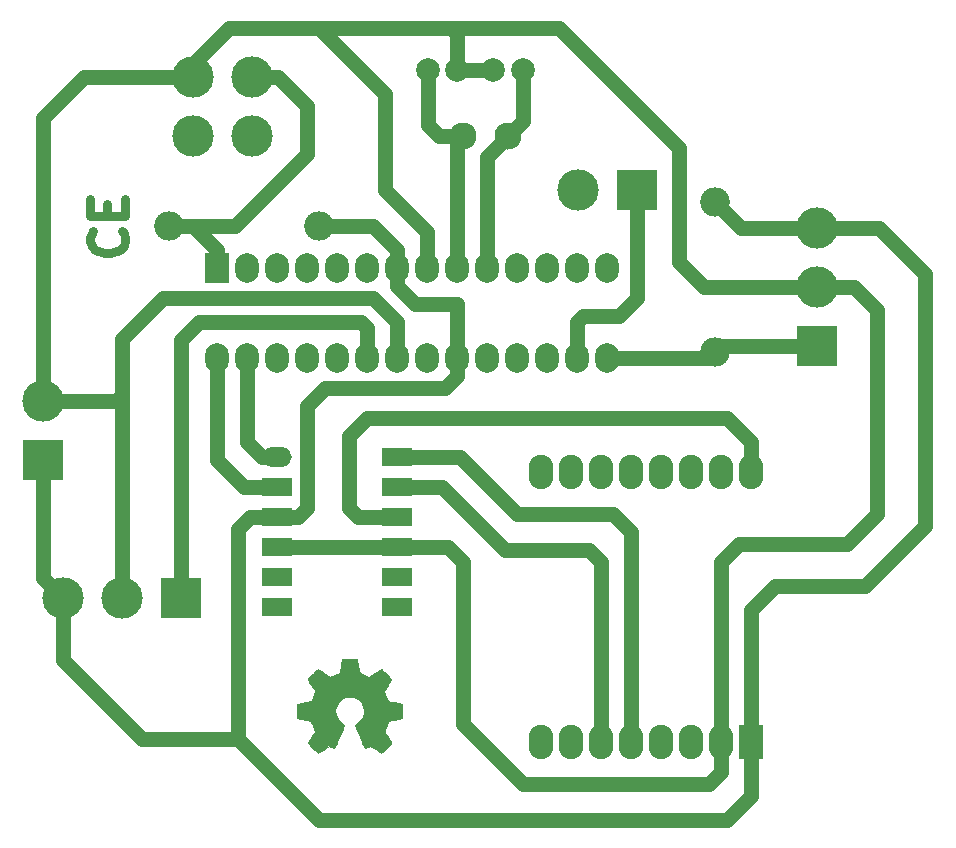
<source format=gbr>
G04 #@! TF.GenerationSoftware,KiCad,Pcbnew,(5.1.10)-1*
G04 #@! TF.CreationDate,2022-06-15T22:58:40-06:00*
G04 #@! TF.ProjectId,Control,436f6e74-726f-46c2-9e6b-696361645f70,rev?*
G04 #@! TF.SameCoordinates,Original*
G04 #@! TF.FileFunction,Copper,L1,Top*
G04 #@! TF.FilePolarity,Positive*
%FSLAX46Y46*%
G04 Gerber Fmt 4.6, Leading zero omitted, Abs format (unit mm)*
G04 Created by KiCad (PCBNEW (5.1.10)-1) date 2022-06-15 22:58:40*
%MOMM*%
%LPD*%
G01*
G04 APERTURE LIST*
G04 #@! TA.AperFunction,NonConductor*
%ADD10C,0.750000*%
G04 #@! TD*
G04 #@! TA.AperFunction,EtchedComponent*
%ADD11C,0.010000*%
G04 #@! TD*
G04 #@! TA.AperFunction,ComponentPad*
%ADD12C,3.500000*%
G04 #@! TD*
G04 #@! TA.AperFunction,ComponentPad*
%ADD13O,2.100000X2.900000*%
G04 #@! TD*
G04 #@! TA.AperFunction,ComponentPad*
%ADD14R,2.100000X2.900000*%
G04 #@! TD*
G04 #@! TA.AperFunction,ComponentPad*
%ADD15O,2.500000X2.500000*%
G04 #@! TD*
G04 #@! TA.AperFunction,ComponentPad*
%ADD16R,3.500000X3.500000*%
G04 #@! TD*
G04 #@! TA.AperFunction,ComponentPad*
%ADD17R,2.000000X2.500000*%
G04 #@! TD*
G04 #@! TA.AperFunction,ComponentPad*
%ADD18O,2.000000X2.500000*%
G04 #@! TD*
G04 #@! TA.AperFunction,ComponentPad*
%ADD19R,2.500000X1.600000*%
G04 #@! TD*
G04 #@! TA.AperFunction,ComponentPad*
%ADD20O,2.500000X1.700000*%
G04 #@! TD*
G04 #@! TA.AperFunction,ComponentPad*
%ADD21C,2.300000*%
G04 #@! TD*
G04 #@! TA.AperFunction,ComponentPad*
%ADD22C,2.000000*%
G04 #@! TD*
G04 #@! TA.AperFunction,Conductor*
%ADD23C,1.300000*%
G04 #@! TD*
G04 APERTURE END LIST*
D10*
X54411428Y-42592571D02*
X54554285Y-42735428D01*
X54697142Y-43164000D01*
X54697142Y-43449714D01*
X54554285Y-43878285D01*
X54268571Y-44164000D01*
X53982857Y-44306857D01*
X53411428Y-44449714D01*
X52982857Y-44449714D01*
X52411428Y-44306857D01*
X52125714Y-44164000D01*
X51840000Y-43878285D01*
X51697142Y-43449714D01*
X51697142Y-43164000D01*
X51840000Y-42735428D01*
X51982857Y-42592571D01*
X53125714Y-41306857D02*
X53125714Y-40306857D01*
X54697142Y-39878285D02*
X54697142Y-41306857D01*
X51697142Y-41306857D01*
X51697142Y-39878285D01*
D11*
G36*
X74406536Y-79404427D02*
G01*
X74519118Y-80001618D01*
X74934531Y-80172865D01*
X75349945Y-80344112D01*
X75848302Y-80005233D01*
X75987869Y-79910877D01*
X76114029Y-79826630D01*
X76220896Y-79756338D01*
X76302583Y-79703847D01*
X76353202Y-79673004D01*
X76366987Y-79666353D01*
X76391821Y-79683458D01*
X76444889Y-79730744D01*
X76520241Y-79802172D01*
X76611930Y-79891700D01*
X76714008Y-79993289D01*
X76820527Y-80100898D01*
X76925537Y-80208487D01*
X77023092Y-80310015D01*
X77107243Y-80399441D01*
X77172041Y-80470726D01*
X77211538Y-80517828D01*
X77220981Y-80533592D01*
X77207392Y-80562653D01*
X77169294Y-80626321D01*
X77110694Y-80718367D01*
X77035598Y-80832564D01*
X76948009Y-80962684D01*
X76897255Y-81036901D01*
X76804746Y-81172422D01*
X76722541Y-81294716D01*
X76654631Y-81397695D01*
X76605001Y-81475273D01*
X76577641Y-81521361D01*
X76573530Y-81531047D01*
X76582850Y-81558574D01*
X76608255Y-81622728D01*
X76645912Y-81714490D01*
X76691987Y-81824839D01*
X76742647Y-81944755D01*
X76794060Y-82065219D01*
X76842390Y-82177209D01*
X76883807Y-82271707D01*
X76914475Y-82339692D01*
X76930562Y-82372143D01*
X76931512Y-82373420D01*
X76956773Y-82379617D01*
X77024046Y-82393440D01*
X77126361Y-82413532D01*
X77256742Y-82438534D01*
X77408217Y-82467086D01*
X77496594Y-82483551D01*
X77658453Y-82514369D01*
X77804650Y-82543694D01*
X77927788Y-82569921D01*
X78020470Y-82591446D01*
X78075302Y-82606665D01*
X78086324Y-82611493D01*
X78097119Y-82644174D01*
X78105830Y-82717985D01*
X78112461Y-82824292D01*
X78117019Y-82954467D01*
X78119510Y-83099876D01*
X78119939Y-83251890D01*
X78118312Y-83401877D01*
X78114636Y-83541206D01*
X78108916Y-83661245D01*
X78101158Y-83753365D01*
X78091369Y-83808932D01*
X78085497Y-83820500D01*
X78050400Y-83834365D01*
X77976029Y-83854188D01*
X77872224Y-83877639D01*
X77748820Y-83902391D01*
X77705742Y-83910398D01*
X77498048Y-83948441D01*
X77333985Y-83979079D01*
X77208131Y-84003529D01*
X77115066Y-84023009D01*
X77049368Y-84038736D01*
X77005618Y-84051928D01*
X76978393Y-84063804D01*
X76962273Y-84075580D01*
X76960018Y-84077908D01*
X76937504Y-84115400D01*
X76903159Y-84188365D01*
X76860412Y-84287867D01*
X76812693Y-84404973D01*
X76763431Y-84530748D01*
X76716056Y-84656257D01*
X76673996Y-84772565D01*
X76640681Y-84870739D01*
X76619542Y-84941843D01*
X76614006Y-84976942D01*
X76614467Y-84978172D01*
X76633224Y-85006861D01*
X76675777Y-85069985D01*
X76737654Y-85160973D01*
X76814383Y-85273255D01*
X76901492Y-85400260D01*
X76926299Y-85436353D01*
X77014753Y-85567203D01*
X77092589Y-85686591D01*
X77155567Y-85787662D01*
X77199446Y-85863559D01*
X77219986Y-85907427D01*
X77220981Y-85912817D01*
X77203723Y-85941144D01*
X77156036Y-85997261D01*
X77084051Y-86075137D01*
X76993898Y-86168740D01*
X76891706Y-86272041D01*
X76783606Y-86379006D01*
X76675729Y-86483606D01*
X76574205Y-86579809D01*
X76485163Y-86661584D01*
X76414734Y-86722900D01*
X76369048Y-86757726D01*
X76356410Y-86763412D01*
X76326992Y-86750020D01*
X76266762Y-86713899D01*
X76185530Y-86661136D01*
X76123031Y-86618667D01*
X76009786Y-86540740D01*
X75875675Y-86448984D01*
X75741156Y-86357375D01*
X75668834Y-86308346D01*
X75424039Y-86142770D01*
X75218551Y-86253875D01*
X75124937Y-86302548D01*
X75045331Y-86340381D01*
X74991468Y-86361958D01*
X74977758Y-86364961D01*
X74961271Y-86342793D01*
X74928746Y-86280149D01*
X74882609Y-86182809D01*
X74825291Y-86056549D01*
X74759217Y-85907150D01*
X74686816Y-85740388D01*
X74610517Y-85562042D01*
X74532747Y-85377891D01*
X74455935Y-85193712D01*
X74382507Y-85015285D01*
X74314893Y-84848387D01*
X74255521Y-84698797D01*
X74206817Y-84572293D01*
X74171211Y-84474654D01*
X74151131Y-84411657D01*
X74147901Y-84390021D01*
X74173497Y-84362424D01*
X74229539Y-84317625D01*
X74304312Y-84264934D01*
X74310588Y-84260765D01*
X74503846Y-84106069D01*
X74659675Y-83925591D01*
X74776725Y-83725102D01*
X74853646Y-83510374D01*
X74889087Y-83287177D01*
X74881698Y-83061281D01*
X74830128Y-82838459D01*
X74733027Y-82624479D01*
X74704459Y-82577664D01*
X74555869Y-82388618D01*
X74380328Y-82236812D01*
X74183911Y-82123034D01*
X73972694Y-82048075D01*
X73752754Y-82012722D01*
X73530164Y-82017767D01*
X73311002Y-82063999D01*
X73101343Y-82152206D01*
X72907262Y-82283179D01*
X72847227Y-82336337D01*
X72694436Y-82502739D01*
X72583098Y-82677912D01*
X72506724Y-82874266D01*
X72464188Y-83068717D01*
X72453687Y-83287342D01*
X72488701Y-83507052D01*
X72565674Y-83720420D01*
X72681048Y-83920022D01*
X72831266Y-84098429D01*
X73012774Y-84248217D01*
X73036628Y-84264006D01*
X73112202Y-84315712D01*
X73169652Y-84360512D01*
X73197118Y-84389117D01*
X73197518Y-84390021D01*
X73191621Y-84420964D01*
X73168246Y-84491191D01*
X73129822Y-84594925D01*
X73078778Y-84726390D01*
X73017543Y-84879807D01*
X72948545Y-85049401D01*
X72874214Y-85229393D01*
X72796979Y-85414008D01*
X72719269Y-85597468D01*
X72643512Y-85773996D01*
X72572138Y-85937814D01*
X72507575Y-86083147D01*
X72452253Y-86204217D01*
X72408601Y-86295247D01*
X72379047Y-86350460D01*
X72367145Y-86364961D01*
X72330778Y-86353669D01*
X72262731Y-86323385D01*
X72174737Y-86279520D01*
X72126351Y-86253875D01*
X71920864Y-86142770D01*
X71676069Y-86308346D01*
X71551107Y-86393170D01*
X71414296Y-86486516D01*
X71286089Y-86574408D01*
X71221872Y-86618667D01*
X71131552Y-86679318D01*
X71055072Y-86727381D01*
X71002408Y-86756770D01*
X70985303Y-86762982D01*
X70960406Y-86746223D01*
X70905306Y-86699436D01*
X70825344Y-86627480D01*
X70725861Y-86535212D01*
X70612201Y-86427490D01*
X70540316Y-86358326D01*
X70414552Y-86234757D01*
X70305864Y-86124234D01*
X70218646Y-86031485D01*
X70157290Y-85961237D01*
X70126192Y-85918220D01*
X70123209Y-85909490D01*
X70137054Y-85876284D01*
X70175313Y-85809142D01*
X70233742Y-85714863D01*
X70308098Y-85600245D01*
X70394136Y-85472083D01*
X70418603Y-85436353D01*
X70507755Y-85306489D01*
X70587739Y-85189569D01*
X70654081Y-85092162D01*
X70702312Y-85020839D01*
X70727958Y-84982170D01*
X70730436Y-84978172D01*
X70726730Y-84947355D01*
X70707062Y-84879599D01*
X70674861Y-84783839D01*
X70633556Y-84669009D01*
X70586576Y-84544044D01*
X70537350Y-84417879D01*
X70489309Y-84299448D01*
X70445882Y-84197685D01*
X70410497Y-84121526D01*
X70386585Y-84079904D01*
X70384885Y-84077908D01*
X70370263Y-84066013D01*
X70345566Y-84054250D01*
X70305373Y-84041401D01*
X70244264Y-84026249D01*
X70156818Y-84007576D01*
X70037613Y-83984165D01*
X69881228Y-83954797D01*
X69682244Y-83918255D01*
X69639161Y-83910398D01*
X69511471Y-83885727D01*
X69400154Y-83861593D01*
X69315046Y-83840324D01*
X69265984Y-83824248D01*
X69259406Y-83820500D01*
X69248565Y-83787273D01*
X69239754Y-83713021D01*
X69232977Y-83606376D01*
X69228241Y-83475967D01*
X69225551Y-83330427D01*
X69224914Y-83178386D01*
X69226335Y-83028476D01*
X69229821Y-82889328D01*
X69235377Y-82769572D01*
X69243009Y-82677841D01*
X69252723Y-82622766D01*
X69258579Y-82611493D01*
X69291181Y-82600123D01*
X69365419Y-82581624D01*
X69473897Y-82557602D01*
X69609218Y-82529662D01*
X69763986Y-82499408D01*
X69848308Y-82483551D01*
X70008297Y-82453644D01*
X70150968Y-82426550D01*
X70269349Y-82403631D01*
X70356466Y-82386243D01*
X70405346Y-82375747D01*
X70413391Y-82373420D01*
X70426988Y-82347186D01*
X70455730Y-82283995D01*
X70495786Y-82192877D01*
X70543325Y-82082857D01*
X70594516Y-81962965D01*
X70645527Y-81842227D01*
X70692527Y-81729671D01*
X70731685Y-81634326D01*
X70759170Y-81565217D01*
X70771150Y-81531374D01*
X70771373Y-81529895D01*
X70757792Y-81503197D01*
X70719716Y-81441760D01*
X70661148Y-81351689D01*
X70586089Y-81239090D01*
X70498541Y-81110070D01*
X70447648Y-81035961D01*
X70354910Y-80900077D01*
X70272542Y-80776709D01*
X70204562Y-80672097D01*
X70154989Y-80592483D01*
X70127843Y-80544107D01*
X70123922Y-80533262D01*
X70140776Y-80508020D01*
X70187369Y-80454124D01*
X70257749Y-80377613D01*
X70345966Y-80284523D01*
X70446066Y-80180895D01*
X70552099Y-80072764D01*
X70658112Y-79966170D01*
X70758153Y-79867150D01*
X70846271Y-79781742D01*
X70916514Y-79715985D01*
X70962929Y-79675916D01*
X70978457Y-79666353D01*
X71003740Y-79679800D01*
X71064212Y-79717575D01*
X71153993Y-79775835D01*
X71267204Y-79850734D01*
X71397964Y-79938425D01*
X71496600Y-80005233D01*
X71994958Y-80344112D01*
X72410371Y-80172865D01*
X72825785Y-80001618D01*
X72938367Y-79404427D01*
X73050950Y-78807235D01*
X74293953Y-78807235D01*
X74406536Y-79404427D01*
G37*
X74406536Y-79404427D02*
X74519118Y-80001618D01*
X74934531Y-80172865D01*
X75349945Y-80344112D01*
X75848302Y-80005233D01*
X75987869Y-79910877D01*
X76114029Y-79826630D01*
X76220896Y-79756338D01*
X76302583Y-79703847D01*
X76353202Y-79673004D01*
X76366987Y-79666353D01*
X76391821Y-79683458D01*
X76444889Y-79730744D01*
X76520241Y-79802172D01*
X76611930Y-79891700D01*
X76714008Y-79993289D01*
X76820527Y-80100898D01*
X76925537Y-80208487D01*
X77023092Y-80310015D01*
X77107243Y-80399441D01*
X77172041Y-80470726D01*
X77211538Y-80517828D01*
X77220981Y-80533592D01*
X77207392Y-80562653D01*
X77169294Y-80626321D01*
X77110694Y-80718367D01*
X77035598Y-80832564D01*
X76948009Y-80962684D01*
X76897255Y-81036901D01*
X76804746Y-81172422D01*
X76722541Y-81294716D01*
X76654631Y-81397695D01*
X76605001Y-81475273D01*
X76577641Y-81521361D01*
X76573530Y-81531047D01*
X76582850Y-81558574D01*
X76608255Y-81622728D01*
X76645912Y-81714490D01*
X76691987Y-81824839D01*
X76742647Y-81944755D01*
X76794060Y-82065219D01*
X76842390Y-82177209D01*
X76883807Y-82271707D01*
X76914475Y-82339692D01*
X76930562Y-82372143D01*
X76931512Y-82373420D01*
X76956773Y-82379617D01*
X77024046Y-82393440D01*
X77126361Y-82413532D01*
X77256742Y-82438534D01*
X77408217Y-82467086D01*
X77496594Y-82483551D01*
X77658453Y-82514369D01*
X77804650Y-82543694D01*
X77927788Y-82569921D01*
X78020470Y-82591446D01*
X78075302Y-82606665D01*
X78086324Y-82611493D01*
X78097119Y-82644174D01*
X78105830Y-82717985D01*
X78112461Y-82824292D01*
X78117019Y-82954467D01*
X78119510Y-83099876D01*
X78119939Y-83251890D01*
X78118312Y-83401877D01*
X78114636Y-83541206D01*
X78108916Y-83661245D01*
X78101158Y-83753365D01*
X78091369Y-83808932D01*
X78085497Y-83820500D01*
X78050400Y-83834365D01*
X77976029Y-83854188D01*
X77872224Y-83877639D01*
X77748820Y-83902391D01*
X77705742Y-83910398D01*
X77498048Y-83948441D01*
X77333985Y-83979079D01*
X77208131Y-84003529D01*
X77115066Y-84023009D01*
X77049368Y-84038736D01*
X77005618Y-84051928D01*
X76978393Y-84063804D01*
X76962273Y-84075580D01*
X76960018Y-84077908D01*
X76937504Y-84115400D01*
X76903159Y-84188365D01*
X76860412Y-84287867D01*
X76812693Y-84404973D01*
X76763431Y-84530748D01*
X76716056Y-84656257D01*
X76673996Y-84772565D01*
X76640681Y-84870739D01*
X76619542Y-84941843D01*
X76614006Y-84976942D01*
X76614467Y-84978172D01*
X76633224Y-85006861D01*
X76675777Y-85069985D01*
X76737654Y-85160973D01*
X76814383Y-85273255D01*
X76901492Y-85400260D01*
X76926299Y-85436353D01*
X77014753Y-85567203D01*
X77092589Y-85686591D01*
X77155567Y-85787662D01*
X77199446Y-85863559D01*
X77219986Y-85907427D01*
X77220981Y-85912817D01*
X77203723Y-85941144D01*
X77156036Y-85997261D01*
X77084051Y-86075137D01*
X76993898Y-86168740D01*
X76891706Y-86272041D01*
X76783606Y-86379006D01*
X76675729Y-86483606D01*
X76574205Y-86579809D01*
X76485163Y-86661584D01*
X76414734Y-86722900D01*
X76369048Y-86757726D01*
X76356410Y-86763412D01*
X76326992Y-86750020D01*
X76266762Y-86713899D01*
X76185530Y-86661136D01*
X76123031Y-86618667D01*
X76009786Y-86540740D01*
X75875675Y-86448984D01*
X75741156Y-86357375D01*
X75668834Y-86308346D01*
X75424039Y-86142770D01*
X75218551Y-86253875D01*
X75124937Y-86302548D01*
X75045331Y-86340381D01*
X74991468Y-86361958D01*
X74977758Y-86364961D01*
X74961271Y-86342793D01*
X74928746Y-86280149D01*
X74882609Y-86182809D01*
X74825291Y-86056549D01*
X74759217Y-85907150D01*
X74686816Y-85740388D01*
X74610517Y-85562042D01*
X74532747Y-85377891D01*
X74455935Y-85193712D01*
X74382507Y-85015285D01*
X74314893Y-84848387D01*
X74255521Y-84698797D01*
X74206817Y-84572293D01*
X74171211Y-84474654D01*
X74151131Y-84411657D01*
X74147901Y-84390021D01*
X74173497Y-84362424D01*
X74229539Y-84317625D01*
X74304312Y-84264934D01*
X74310588Y-84260765D01*
X74503846Y-84106069D01*
X74659675Y-83925591D01*
X74776725Y-83725102D01*
X74853646Y-83510374D01*
X74889087Y-83287177D01*
X74881698Y-83061281D01*
X74830128Y-82838459D01*
X74733027Y-82624479D01*
X74704459Y-82577664D01*
X74555869Y-82388618D01*
X74380328Y-82236812D01*
X74183911Y-82123034D01*
X73972694Y-82048075D01*
X73752754Y-82012722D01*
X73530164Y-82017767D01*
X73311002Y-82063999D01*
X73101343Y-82152206D01*
X72907262Y-82283179D01*
X72847227Y-82336337D01*
X72694436Y-82502739D01*
X72583098Y-82677912D01*
X72506724Y-82874266D01*
X72464188Y-83068717D01*
X72453687Y-83287342D01*
X72488701Y-83507052D01*
X72565674Y-83720420D01*
X72681048Y-83920022D01*
X72831266Y-84098429D01*
X73012774Y-84248217D01*
X73036628Y-84264006D01*
X73112202Y-84315712D01*
X73169652Y-84360512D01*
X73197118Y-84389117D01*
X73197518Y-84390021D01*
X73191621Y-84420964D01*
X73168246Y-84491191D01*
X73129822Y-84594925D01*
X73078778Y-84726390D01*
X73017543Y-84879807D01*
X72948545Y-85049401D01*
X72874214Y-85229393D01*
X72796979Y-85414008D01*
X72719269Y-85597468D01*
X72643512Y-85773996D01*
X72572138Y-85937814D01*
X72507575Y-86083147D01*
X72452253Y-86204217D01*
X72408601Y-86295247D01*
X72379047Y-86350460D01*
X72367145Y-86364961D01*
X72330778Y-86353669D01*
X72262731Y-86323385D01*
X72174737Y-86279520D01*
X72126351Y-86253875D01*
X71920864Y-86142770D01*
X71676069Y-86308346D01*
X71551107Y-86393170D01*
X71414296Y-86486516D01*
X71286089Y-86574408D01*
X71221872Y-86618667D01*
X71131552Y-86679318D01*
X71055072Y-86727381D01*
X71002408Y-86756770D01*
X70985303Y-86762982D01*
X70960406Y-86746223D01*
X70905306Y-86699436D01*
X70825344Y-86627480D01*
X70725861Y-86535212D01*
X70612201Y-86427490D01*
X70540316Y-86358326D01*
X70414552Y-86234757D01*
X70305864Y-86124234D01*
X70218646Y-86031485D01*
X70157290Y-85961237D01*
X70126192Y-85918220D01*
X70123209Y-85909490D01*
X70137054Y-85876284D01*
X70175313Y-85809142D01*
X70233742Y-85714863D01*
X70308098Y-85600245D01*
X70394136Y-85472083D01*
X70418603Y-85436353D01*
X70507755Y-85306489D01*
X70587739Y-85189569D01*
X70654081Y-85092162D01*
X70702312Y-85020839D01*
X70727958Y-84982170D01*
X70730436Y-84978172D01*
X70726730Y-84947355D01*
X70707062Y-84879599D01*
X70674861Y-84783839D01*
X70633556Y-84669009D01*
X70586576Y-84544044D01*
X70537350Y-84417879D01*
X70489309Y-84299448D01*
X70445882Y-84197685D01*
X70410497Y-84121526D01*
X70386585Y-84079904D01*
X70384885Y-84077908D01*
X70370263Y-84066013D01*
X70345566Y-84054250D01*
X70305373Y-84041401D01*
X70244264Y-84026249D01*
X70156818Y-84007576D01*
X70037613Y-83984165D01*
X69881228Y-83954797D01*
X69682244Y-83918255D01*
X69639161Y-83910398D01*
X69511471Y-83885727D01*
X69400154Y-83861593D01*
X69315046Y-83840324D01*
X69265984Y-83824248D01*
X69259406Y-83820500D01*
X69248565Y-83787273D01*
X69239754Y-83713021D01*
X69232977Y-83606376D01*
X69228241Y-83475967D01*
X69225551Y-83330427D01*
X69224914Y-83178386D01*
X69226335Y-83028476D01*
X69229821Y-82889328D01*
X69235377Y-82769572D01*
X69243009Y-82677841D01*
X69252723Y-82622766D01*
X69258579Y-82611493D01*
X69291181Y-82600123D01*
X69365419Y-82581624D01*
X69473897Y-82557602D01*
X69609218Y-82529662D01*
X69763986Y-82499408D01*
X69848308Y-82483551D01*
X70008297Y-82453644D01*
X70150968Y-82426550D01*
X70269349Y-82403631D01*
X70356466Y-82386243D01*
X70405346Y-82375747D01*
X70413391Y-82373420D01*
X70426988Y-82347186D01*
X70455730Y-82283995D01*
X70495786Y-82192877D01*
X70543325Y-82082857D01*
X70594516Y-81962965D01*
X70645527Y-81842227D01*
X70692527Y-81729671D01*
X70731685Y-81634326D01*
X70759170Y-81565217D01*
X70771150Y-81531374D01*
X70771373Y-81529895D01*
X70757792Y-81503197D01*
X70719716Y-81441760D01*
X70661148Y-81351689D01*
X70586089Y-81239090D01*
X70498541Y-81110070D01*
X70447648Y-81035961D01*
X70354910Y-80900077D01*
X70272542Y-80776709D01*
X70204562Y-80672097D01*
X70154989Y-80592483D01*
X70127843Y-80544107D01*
X70123922Y-80533262D01*
X70140776Y-80508020D01*
X70187369Y-80454124D01*
X70257749Y-80377613D01*
X70345966Y-80284523D01*
X70446066Y-80180895D01*
X70552099Y-80072764D01*
X70658112Y-79966170D01*
X70758153Y-79867150D01*
X70846271Y-79781742D01*
X70916514Y-79715985D01*
X70962929Y-79675916D01*
X70978457Y-79666353D01*
X71003740Y-79679800D01*
X71064212Y-79717575D01*
X71153993Y-79775835D01*
X71267204Y-79850734D01*
X71397964Y-79938425D01*
X71496600Y-80005233D01*
X71994958Y-80344112D01*
X72410371Y-80172865D01*
X72825785Y-80001618D01*
X72938367Y-79404427D01*
X73050950Y-78807235D01*
X74293953Y-78807235D01*
X74406536Y-79404427D01*
D12*
X60452000Y-34544000D03*
X65452000Y-34544000D03*
X65452000Y-29544000D03*
X60452000Y-29544000D03*
D13*
X107696000Y-62992000D03*
X105156000Y-62992000D03*
X102616000Y-62992000D03*
X100076000Y-62992000D03*
X97536000Y-62992000D03*
X94996000Y-62992000D03*
X92456000Y-62992000D03*
X89916000Y-62992000D03*
X89916000Y-85852000D03*
X92456000Y-85852000D03*
X94996000Y-85852000D03*
X97536000Y-85852000D03*
X100076000Y-85852000D03*
X102616000Y-85852000D03*
D14*
X107696000Y-85852000D03*
D13*
X105156000Y-85852000D03*
D15*
X58420000Y-42164000D03*
X71120000Y-42164000D03*
D12*
X47752000Y-56976000D03*
D16*
X47752000Y-61976000D03*
D17*
X62484000Y-45720000D03*
D18*
X95504000Y-53340000D03*
X65024000Y-45720000D03*
X92964000Y-53340000D03*
X67564000Y-45720000D03*
X90424000Y-53340000D03*
X70104000Y-45720000D03*
X87884000Y-53340000D03*
X72644000Y-45720000D03*
X85344000Y-53340000D03*
X75184000Y-45720000D03*
X82804000Y-53340000D03*
X77724000Y-45720000D03*
X80264000Y-53340000D03*
X80264000Y-45720000D03*
X77724000Y-53340000D03*
X82804000Y-45720000D03*
X75184000Y-53340000D03*
X85344000Y-45720000D03*
X72644000Y-53340000D03*
X87884000Y-45720000D03*
X70104000Y-53340000D03*
X90424000Y-45720000D03*
X67564000Y-53340000D03*
X92964000Y-45720000D03*
X65024000Y-53340000D03*
X95504000Y-45720000D03*
X62484000Y-53340000D03*
D15*
X104648000Y-52832000D03*
X104648000Y-40132000D03*
D16*
X98044000Y-39116000D03*
D12*
X93044000Y-39116000D03*
D16*
X59436000Y-73660000D03*
D12*
X54436000Y-73660000D03*
X49436000Y-73660000D03*
X113284000Y-42324000D03*
X113284000Y-47324000D03*
D16*
X113284000Y-52324000D03*
D19*
X77724000Y-61722000D03*
X77724000Y-64262000D03*
X77724000Y-66802000D03*
X77724000Y-69342000D03*
X77724000Y-71882000D03*
X77724000Y-74422000D03*
D20*
X67564000Y-61722000D03*
D19*
X67564000Y-64262000D03*
X67564000Y-66802000D03*
X67564000Y-69342000D03*
X67564000Y-71882000D03*
X67564000Y-74422000D03*
D21*
X83312000Y-34544000D03*
X87112000Y-34544000D03*
D22*
X82804000Y-28956000D03*
X80304000Y-28956000D03*
X85852000Y-28956000D03*
X88352000Y-28956000D03*
D23*
X80264000Y-45720000D02*
X80264000Y-46228000D01*
X88392000Y-89408000D02*
X83312000Y-84328000D01*
X83312000Y-84328000D02*
X83312000Y-70612000D01*
X82042000Y-69342000D02*
X77724000Y-69342000D01*
X83312000Y-70612000D02*
X82042000Y-69342000D01*
X77724000Y-69342000D02*
X67564000Y-69342000D01*
X85852000Y-28956000D02*
X82804000Y-28956000D01*
X80264000Y-45720000D02*
X80264000Y-42672000D01*
X80264000Y-42672000D02*
X76708000Y-39116000D01*
X105156000Y-85852000D02*
X105156000Y-88392000D01*
X104140000Y-89408000D02*
X88392000Y-89408000D01*
X105156000Y-88392000D02*
X104140000Y-89408000D01*
X57912000Y-48260000D02*
X54436000Y-51736000D01*
X75692000Y-48260000D02*
X57912000Y-48260000D01*
X53928000Y-56976000D02*
X54436000Y-56468000D01*
X47752000Y-56976000D02*
X53928000Y-56976000D01*
X54436000Y-56468000D02*
X54436000Y-73660000D01*
X54436000Y-51736000D02*
X54436000Y-56468000D01*
X47752000Y-56976000D02*
X47752000Y-33020000D01*
X51228000Y-29544000D02*
X60452000Y-29544000D01*
X47752000Y-33020000D02*
X51228000Y-29544000D01*
X76708000Y-30988000D02*
X76708000Y-39116000D01*
X72644000Y-26924000D02*
X76708000Y-30988000D01*
X116412000Y-47324000D02*
X113284000Y-47324000D01*
X115824000Y-69088000D02*
X118364000Y-66548000D01*
X106680000Y-69088000D02*
X115824000Y-69088000D01*
X118364000Y-49276000D02*
X116412000Y-47324000D01*
X105156000Y-70612000D02*
X106680000Y-69088000D01*
X118364000Y-66548000D02*
X118364000Y-49276000D01*
X105156000Y-85852000D02*
X105156000Y-70612000D01*
X75692000Y-48260000D02*
X77724000Y-50292000D01*
X77724000Y-50292000D02*
X77724000Y-53340000D01*
X60452000Y-28448000D02*
X60452000Y-29544000D01*
X101600000Y-35560000D02*
X91440000Y-25400000D01*
X101600000Y-45212000D02*
X101600000Y-35560000D01*
X63500000Y-25400000D02*
X60452000Y-28448000D01*
X103712000Y-47324000D02*
X101600000Y-45212000D01*
X113284000Y-47324000D02*
X103712000Y-47324000D01*
X82804000Y-25908000D02*
X82296000Y-25400000D01*
X82804000Y-28956000D02*
X82804000Y-25908000D01*
X91440000Y-25400000D02*
X82296000Y-25400000D01*
X72644000Y-26924000D02*
X71120000Y-25400000D01*
X71120000Y-25400000D02*
X63500000Y-25400000D01*
X82296000Y-25400000D02*
X71120000Y-25400000D01*
X82804000Y-53340000D02*
X82804000Y-53848000D01*
X77724000Y-46228000D02*
X77724000Y-45720000D01*
X77724000Y-45720000D02*
X77724000Y-44196000D01*
X75692000Y-42164000D02*
X71120000Y-42164000D01*
X77724000Y-44196000D02*
X75692000Y-42164000D01*
X106840000Y-42324000D02*
X104648000Y-40132000D01*
X113284000Y-42324000D02*
X106840000Y-42324000D01*
X82804000Y-54864000D02*
X82804000Y-53340000D01*
X81788000Y-55880000D02*
X82804000Y-54864000D01*
X71628000Y-55880000D02*
X81788000Y-55880000D01*
X69342000Y-66802000D02*
X70104000Y-66040000D01*
X67564000Y-66802000D02*
X69342000Y-66802000D01*
X70104000Y-57404000D02*
X71628000Y-55880000D01*
X70104000Y-59944000D02*
X70104000Y-57404000D01*
X70104000Y-66040000D02*
X70104000Y-59944000D01*
X70104000Y-59944000D02*
X70104000Y-58928000D01*
X105664000Y-92456000D02*
X71120000Y-92456000D01*
X71120000Y-92456000D02*
X64262000Y-85598000D01*
X107696000Y-85852000D02*
X107696000Y-90424000D01*
X107696000Y-90424000D02*
X105664000Y-92456000D01*
X64262000Y-85598000D02*
X64262000Y-67818000D01*
X65278000Y-66802000D02*
X67564000Y-66802000D01*
X64262000Y-67818000D02*
X65278000Y-66802000D01*
X47752000Y-71976000D02*
X49436000Y-73660000D01*
X47752000Y-61976000D02*
X47752000Y-71976000D01*
X49436000Y-73660000D02*
X49436000Y-78900000D01*
X56134000Y-85598000D02*
X64262000Y-85598000D01*
X49436000Y-78900000D02*
X56134000Y-85598000D01*
X118524000Y-42324000D02*
X113284000Y-42324000D01*
X122428000Y-67564000D02*
X122428000Y-46228000D01*
X117348000Y-72644000D02*
X122428000Y-67564000D01*
X122428000Y-46228000D02*
X118524000Y-42324000D01*
X109728000Y-72644000D02*
X117348000Y-72644000D01*
X107696000Y-74676000D02*
X109728000Y-72644000D01*
X107696000Y-85852000D02*
X107696000Y-74676000D01*
X82804000Y-48768000D02*
X82804000Y-53340000D01*
X79248000Y-48768000D02*
X82804000Y-48768000D01*
X77724000Y-47244000D02*
X79248000Y-48768000D01*
X77724000Y-45720000D02*
X77724000Y-47244000D01*
X62484000Y-45720000D02*
X62484000Y-44196000D01*
X60452000Y-42164000D02*
X58420000Y-42164000D01*
X62484000Y-44196000D02*
X60452000Y-42164000D01*
X60452000Y-42164000D02*
X64008000Y-42164000D01*
X64008000Y-42164000D02*
X70104000Y-36068000D01*
X70104000Y-36068000D02*
X70104000Y-32004000D01*
X67644000Y-29544000D02*
X65452000Y-29544000D01*
X70104000Y-32004000D02*
X67644000Y-29544000D01*
X80304000Y-28956000D02*
X80304000Y-30012000D01*
X83312000Y-34544000D02*
X81280000Y-34544000D01*
X80304000Y-33568000D02*
X80304000Y-30012000D01*
X81280000Y-34544000D02*
X80304000Y-33568000D01*
X82804000Y-35052000D02*
X83312000Y-34544000D01*
X82804000Y-45720000D02*
X82804000Y-35052000D01*
X88352000Y-33304000D02*
X87112000Y-34544000D01*
X88352000Y-28956000D02*
X88352000Y-33304000D01*
X85344000Y-36312000D02*
X87112000Y-34544000D01*
X85344000Y-45720000D02*
X85344000Y-36312000D01*
X104140000Y-53340000D02*
X104648000Y-52832000D01*
X95504000Y-53340000D02*
X104140000Y-53340000D01*
X105156000Y-52324000D02*
X104648000Y-52832000D01*
X113284000Y-52324000D02*
X105156000Y-52324000D01*
X98044000Y-47244000D02*
X98044000Y-39116000D01*
X92964000Y-53340000D02*
X92964000Y-50292000D01*
X92964000Y-50292000D02*
X93472000Y-49784000D01*
X93472000Y-49784000D02*
X96520000Y-49784000D01*
X98044000Y-48260000D02*
X98044000Y-47244000D01*
X96520000Y-49784000D02*
X98044000Y-48260000D01*
X75184000Y-53340000D02*
X75184000Y-50800000D01*
X75184000Y-50800000D02*
X74676000Y-50292000D01*
X59436000Y-51816000D02*
X60960000Y-50292000D01*
X59436000Y-73660000D02*
X59436000Y-51816000D01*
X74676000Y-50292000D02*
X60960000Y-50292000D01*
X65024000Y-54864000D02*
X65024000Y-60452000D01*
X66294000Y-61722000D02*
X67564000Y-61722000D01*
X65024000Y-60452000D02*
X66294000Y-61722000D01*
X65024000Y-54864000D02*
X65024000Y-53340000D01*
X67564000Y-64262000D02*
X64770000Y-64262000D01*
X62484000Y-60452000D02*
X62484000Y-53340000D01*
X64770000Y-64262000D02*
X62484000Y-61976000D01*
X62484000Y-61976000D02*
X62484000Y-60452000D01*
X73660000Y-60960000D02*
X73660000Y-66040000D01*
X74422000Y-66802000D02*
X77724000Y-66802000D01*
X73660000Y-66040000D02*
X74422000Y-66802000D01*
X73660000Y-60960000D02*
X73660000Y-60452000D01*
X107696000Y-60452000D02*
X107696000Y-62992000D01*
X105664000Y-58420000D02*
X107696000Y-60452000D01*
X75184000Y-58420000D02*
X105664000Y-58420000D01*
X73660000Y-59944000D02*
X75184000Y-58420000D01*
X73660000Y-60960000D02*
X73660000Y-59944000D01*
X77724000Y-64262000D02*
X81534000Y-64262000D01*
X81534000Y-64262000D02*
X86868000Y-69596000D01*
X94996000Y-72136000D02*
X94996000Y-85852000D01*
X86868000Y-69596000D02*
X93980000Y-69596000D01*
X94996000Y-70612000D02*
X94996000Y-72136000D01*
X93980000Y-69596000D02*
X94996000Y-70612000D01*
X97536000Y-85852000D02*
X97536000Y-68072000D01*
X97536000Y-68072000D02*
X96012000Y-66548000D01*
X96012000Y-66548000D02*
X87884000Y-66548000D01*
X83058000Y-61722000D02*
X77724000Y-61722000D01*
X87884000Y-66548000D02*
X83058000Y-61722000D01*
M02*

</source>
